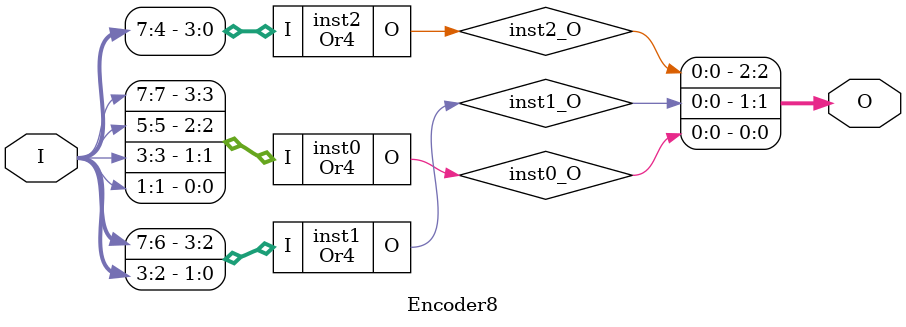
<source format=v>
module Or4 (input [3:0] I, output  O);
wire  inst0_O;
LUT4 #(.INIT(16'h0001)) inst0 (.I0(I[0]), .I1(I[1]), .I2(I[2]), .I3(I[3]), .O(inst0_O));
assign O = inst0_O;
endmodule

module Encoder8 (input [7:0] I, output [2:0] O);
wire  inst0_O;
wire  inst1_O;
wire  inst2_O;
Or4 inst0 (.I({I[7],I[5],I[3],I[1]}), .O(inst0_O));
Or4 inst1 (.I({I[7],I[6],I[3],I[2]}), .O(inst1_O));
Or4 inst2 (.I({I[7],I[6],I[5],I[4]}), .O(inst2_O));
assign O = {inst2_O,inst1_O,inst0_O};
endmodule


</source>
